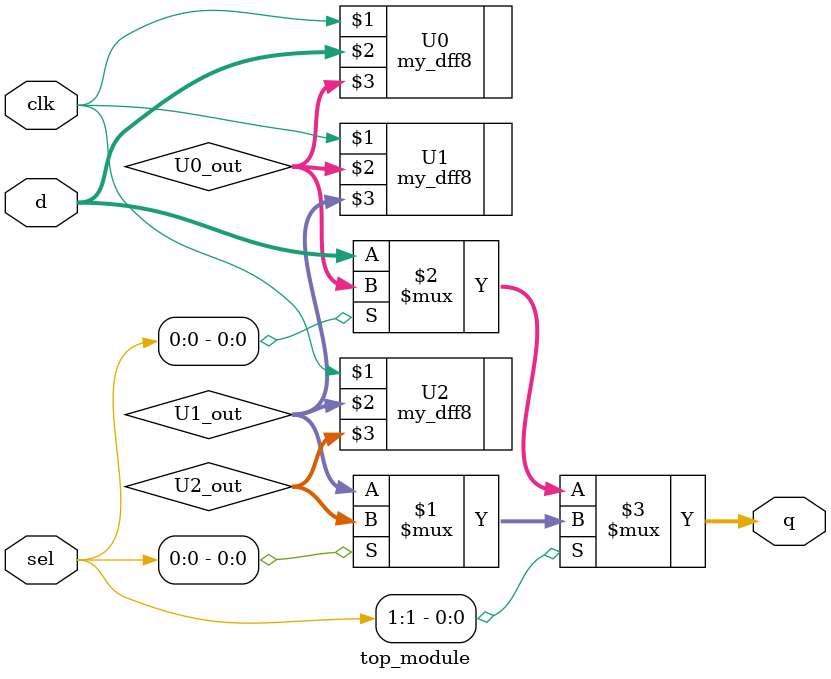
<source format=v>
module top_module ( input clk, 
    input [7:0] d, 
    input [1:0] sel, 
    output [7:0] q  );
    
    wire [7:0]U0_out, U1_out, U2_out;
    my_dff8 U0(clk, d,      U0_out);
    my_dff8 U1(clk, U0_out, U1_out);
    my_dff8 U2(clk, U1_out, U2_out);
    assign q = (sel[1])?((sel[0])?U2_out:U1_out):((sel[0])?U0_out:d);
    
endmodule

</source>
